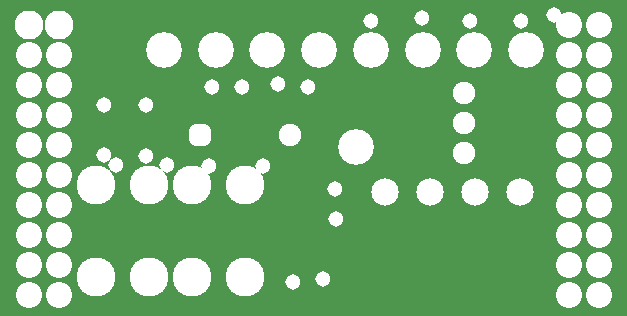
<source format=gbr>
G04 Generated by Ultiboard 13.0 *
%IPNEG*%
%FSLAX25Y25*%
%MOIN*%

%ADD10C,0.00001*%
%ADD11C,0.11900*%
%ADD12C,0.08700*%
%ADD13C,0.09700*%
%ADD14C,0.13011*%
%ADD15C,0.05137*%
%ADD16C,0.09074*%
%ADD17R,0.02667X0.02667*%
%ADD18C,0.04533*%
%ADD19C,0.07534*%
%ADD20C,0.07499*%


G04 ColorRGB 9900CC for the following layer *
%LNSolder Mask Bottom*%
%LPD*%
G54D10*
G54D11*
X338772Y246288D03*
X356009Y246288D03*
X373246Y246288D03*
X390483Y246288D03*
X269824Y246288D03*
X287061Y246288D03*
X321535Y246288D03*
X304298Y246288D03*
X334000Y214000D03*
G54D12*
X235000Y244500D03*
X235000Y234500D03*
X235000Y224500D03*
X235000Y214500D03*
X235000Y204500D03*
X235000Y194500D03*
X235000Y184500D03*
X235000Y174500D03*
X235000Y164500D03*
X405000Y244500D03*
X405000Y234500D03*
X405000Y224500D03*
X405000Y214500D03*
X405000Y204500D03*
X405000Y194500D03*
X405000Y184500D03*
X405000Y174500D03*
X405000Y164500D03*
X405000Y254500D03*
X225000Y244500D03*
X225000Y234500D03*
X225000Y164500D03*
X225000Y174500D03*
X225000Y184500D03*
X225000Y194500D03*
X225000Y204500D03*
X225000Y214500D03*
X225000Y224500D03*
X415000Y254500D03*
X415000Y244500D03*
X415000Y234500D03*
X415000Y224500D03*
X415000Y214500D03*
X415000Y204500D03*
X415000Y194500D03*
X415000Y184500D03*
X415000Y174500D03*
X415000Y164500D03*
G54D13*
X225000Y254500D03*
X235000Y254500D03*
G54D14*
X247142Y170646D03*
X264858Y170646D03*
X247142Y201354D03*
X264858Y201354D03*
X296858Y201354D03*
X279142Y201354D03*
X296858Y170646D03*
X279142Y170646D03*
G54D15*
X405000Y255000D03*
X400000Y258000D03*
X253787Y208000D03*
X271000Y208000D03*
X285000Y207606D03*
X303000Y207748D03*
X326782Y200000D03*
X327032Y190000D03*
X250000Y211394D03*
X264000Y211000D03*
X250000Y227906D03*
X285953Y234000D03*
X264000Y227906D03*
X318000Y234000D03*
X322000Y246876D03*
X304000Y247000D03*
X296000Y234000D03*
X339000Y256000D03*
X356000Y257000D03*
X372000Y256000D03*
X389000Y256000D03*
X308000Y235000D03*
X313000Y169000D03*
X323000Y170000D03*
G54D16*
X388500Y198961D03*
X373500Y198961D03*
X358500Y198961D03*
X343500Y198961D03*
G54D17*
X282000Y218000D03*
G54D18*
X280667Y216667D02*
X283333Y216667D01*
X283333Y219333D01*
X280667Y219333D01*
X280667Y216667D01*D02*
G54D19*
X312000Y218000D03*
G54D20*
X369961Y232000D03*
X369961Y222000D03*
X369961Y212000D03*

M02*

</source>
